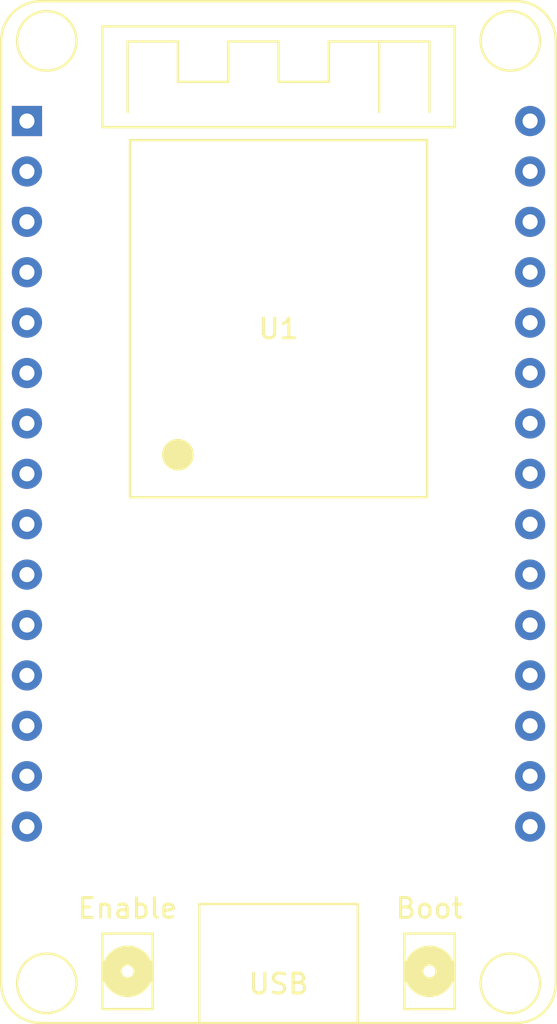
<source format=kicad_pcb>
(kicad_pcb (version 20211014) (generator pcbnew)
  (layers (0 "F.Cu" signal) (31 "B.Cu" signal) (34 "B.Paste" user) (35 "F.Paste" user) (36 "B.SilkS" user "B.Silkscreen") (37 "F.SilkS" user "F.Silkscreen") (38 "B.Mask" user) (39 "F.Mask" user) (44 "Edge.Cuts" user))
  (net 0 "")
  (footprint "ESP32_DevKit_V1_DOIT:esp32_devkit_v1_doit" (layer "F.Cu") (at 139.7 71.12)
    (fp_text reference "U1" (at 0 10.47) (layer "F.SilkS"))
    (fp_text value "ESP32_DevKit_V1_DOIT")
    (fp_text user "Enable" (at -7.62 39.68) (layer "F.SilkS"))
    (fp_text user "USB" (at 0 43.49) (layer "F.SilkS"))
    (fp_text user "Boot" (at 7.62 39.68) (layer "F.SilkS"))
    (fp_line (start 0 -4.008) (end 0 -1.976) (layer "F.SilkS") (width 0.12))
    (fp_line (start -6.35 44.76) (end -8.89 44.76) (layer "F.SilkS") (width 0.12))
    (fp_line (start -5.08 -1.976) (end -2.54 -1.976) (layer "F.SilkS") (width 0.12))
    (fp_line (start 7.5 0.96) (end 7.5 18.96) (layer "F.SilkS") (width 0.12))
    (fp_line (start 6.35 44.76) (end 6.35 40.95) (layer "F.SilkS") (width 0.12))
    (fp_line (start -12 -6.04) (end 12 -6.04) (layer "F.SilkS") (width 0.12))
    (fp_line (start 14 43.46) (end 14 -4.04) (layer "F.SilkS") (width 0.12))
    (fp_line (start 0 -1.976) (end 2.54 -1.976) (layer "F.SilkS") (width 0.12))
    (fp_line (start -4 39.46) (end -4 45.46) (layer "F.SilkS") (width 0.12))
    (fp_line (start -8.89 44.76) (end -8.89 40.95) (layer "F.SilkS") (width 0.12))
    (fp_line (start 7.5 18.96) (end -7.5 18.96) (layer "F.SilkS") (width 0.12))
    (fp_line (start -8.89 -4.77) (end 8.89 -4.77) (layer "F.SilkS") (width 0.12))
    (fp_line (start 5.08 -4.008) (end 5.08 -0.452) (layer "F.SilkS") (width 0.12))
    (fp_line (start 2.54 -1.976) (end 2.54 -4.008) (layer "F.SilkS") (width 0.12))
    (fp_line (start -2.54 -1.976) (end -2.54 -4.008) (layer "F.SilkS") (width 0.12))
    (fp_line (start 8.89 40.95) (end 8.89 44.76) (layer "F.SilkS") (width 0.12))
    (fp_line (start 7.62 -4.008) (end 7.62 -0.452) (layer "F.SilkS") (width 0.12))
    (fp_line (start -7.5 18.96) (end -7.5 0.96) (layer "F.SilkS") (width 0.12))
    (fp_line (start -8.89 0.31) (end -8.89 -4.77) (layer "F.SilkS") (width 0.12))
    (fp_line (start -12 45.46) (end 12 45.46) (layer "F.SilkS") (width 0.12))
    (fp_line (start -2.54 -4.008) (end 0 -4.008) (layer "F.SilkS") (width 0.12))
    (fp_line (start -6.35 40.95) (end -6.35 44.76) (layer "F.SilkS") (width 0.12))
    (fp_line (start 4 39.46) (end 4 45.46) (layer "F.SilkS") (width 0.12))
    (fp_line (start 8.89 44.76) (end 6.35 44.76) (layer "F.SilkS") (width 0.12))
    (fp_line (start -7.62 -0.452) (end -7.62 -4.008) (layer "F.SilkS") (width 0.12))
    (fp_line (start 8.89 0.31) (end -8.89 0.31) (layer "F.SilkS") (width 0.12))
    (fp_line (start 6.35 40.95) (end 8.89 40.95) (layer "F.SilkS") (width 0.12))
    (fp_line (start -5.08 -4.008) (end -5.08 -1.976) (layer "F.SilkS") (width 0.12))
    (fp_line (start -14 -4.04) (end -14 43.46) (layer "F.SilkS") (width 0.12))
    (fp_line (start -7.5 0.96) (end 7.5 0.96) (layer "F.SilkS") (width 0.12))
    (fp_line (start -7.62 -4.008) (end -5.08 -4.008) (layer "F.SilkS") (width 0.12))
    (fp_line (start -8.89 40.95) (end -6.35 40.95) (layer "F.SilkS") (width 0.12))
    (fp_line (start 2.54 -4.008) (end 7.62 -4.008) (layer "F.SilkS") (width 0.12))
    (fp_line (start 8.89 -4.77) (end 8.89 0.31) (layer "F.SilkS") (width 0.12))
    (fp_line (start -4 39.46) (end 4 39.46) (layer "F.SilkS") (width 0.12))
    (fp_arc (start -14 -4.04) (mid -13.414214 -5.454214) (end -12 -6.04) (layer "F.SilkS") (width 0.12))
    (fp_arc (start -12 45.46) (mid -13.414214 44.874214) (end -14 43.46) (layer "F.SilkS") (width 0.12))
    (fp_arc (start 14 43.46) (mid 13.414214 44.874214) (end 12 45.46) (layer "F.SilkS") (width 0.12))
    (fp_arc (start 12 -6.04) (mid 13.414214 -5.454214) (end 14 -4.04) (layer "F.SilkS") (width 0.12))
    (fp_circle (center -5.08 16.82) (end -4.68 16.82) (layer "F.SilkS") (width 0.8) (fill none))
    (fp_circle (center 7.62 42.855) (end 7.92 42.855) (layer "F.SilkS") (width 1) (fill none))
    (fp_circle (center -7.62 42.855) (end -7.32 42.855) (layer "F.SilkS") (width 1) (fill none))
    (fp_circle (center -11.7 -4.04) (end -10.2 -4.04) (layer "F.SilkS") (width 0.12) (fill none))
    (fp_circle (center -11.7 43.46) (end -10.2 43.46) (layer "F.SilkS") (width 0.12) (fill none))
    (fp_circle (center 11.7 43.46) (end 13.2 43.46) (layer "F.SilkS") (width 0.12) (fill none))
    (fp_circle (center 11.7 -4.04) (end 13.2 -4.04) (layer "F.SilkS") (width 0.12) (fill none))
    (pad "1" thru_hole rect locked (at -12.7 0) (size 1.524 1.524) (drill 0.762) (layers *.Cu *.Mask))
    (pad "2" thru_hole circle locked (at -12.7 2.54) (size 1.524 1.524) (drill 0.762) (layers *.Cu *.Mask))
    (pad "3" thru_hole circle locked (at -12.7 5.08) (size 1.524 1.524) (drill 0.762) (layers *.Cu *.Mask))
    (pad "4" thru_hole circle locked (at -12.7 7.62) (size 1.524 1.524) (drill 0.762) (layers *.Cu *.Mask))
    (pad "5" thru_hole circle locked (at -12.7 10.16) (size 1.524 1.524) (drill 0.762) (layers *.Cu *.Mask))
    (pad "6" thru_hole circle locked (at -12.7 12.7) (size 1.524 1.524) (drill 0.762) (layers *.Cu *.Mask))
    (pad "7" thru_hole circle locked (at -12.7 15.24) (size 1.524 1.524) (drill 0.762) (layers *.Cu *.Mask))
    (pad "8" thru_hole circle locked (at -12.7 17.78) (size 1.524 1.524) (drill 0.762) (layers *.Cu *.Mask))
    (pad "9" thru_hole circle locked (at -12.7 20.32) (size 1.524 1.524) (drill 0.762) (layers *.Cu *.Mask))
    (pad "10" thru_hole circle locked (at -12.7 22.86) (size 1.524 1.524) (drill 0.762) (layers *.Cu *.Mask))
    (pad "11" thru_hole circle locked (at -12.7 25.4) (size 1.524 1.524) (drill 0.762) (layers *.Cu *.Mask))
    (pad "12" thru_hole circle locked (at -12.7 27.94) (size 1.524 1.524) (drill 0.762) (layers *.Cu *.Mask))
    (pad "13" thru_hole circle locked (at -12.7 30.48) (size 1.524 1.524) (drill 0.762) (layers *.Cu *.Mask))
    (pad "14" thru_hole circle locked (at -12.7 33.02) (size 1.524 1.524) (drill 0.762) (layers *.Cu *.Mask))
    (pad "15" thru_hole circle locked (at -12.7 35.56) (size 1.524 1.524) (drill 0.762) (layers *.Cu *.Mask))
    (pad "16" thru_hole circle locked (at 12.7 35.56) (size 1.524 1.524) (drill 0.762) (layers *.Cu *.Mask))
    (pad "17" thru_hole circle locked (at 12.7 33.02) (size 1.524 1.524) (drill 0.762) (layers *.Cu *.Mask))
    (pad "18" thru_hole circle locked (at 12.7 30.48) (size 1.524 1.524) (drill 0.762) (layers *.Cu *.Mask))
    (pad "19" thru_hole circle locked (at 12.7 27.94) (size 1.524 1.524) (drill 0.762) (layers *.Cu *.Mask))
    (pad "20" thru_hole circle locked (at 12.7 25.4) (size 1.524 1.524) (drill 0.762) (layers *.Cu *.Mask))
    (pad "21" thru_hole circle locked (at 12.7 22.86) (size 1.524 1.524) (drill 0.762) (layers *.Cu *.Mask))
    (pad "22" thru_hole circle locked (at 12.7 20.32) (size 1.524 1.524) (drill 0.762) (layers *.Cu *.Mask))
    (pad "23" thru_hole circle locked (at 12.7 17.78) (size 1.524 1.524) (drill 0.762) (layers *.Cu *.Mask))
    (pad "24" thru_hole circle locked (at 12.7 15.24) (size 1.524 1.524) (drill 0.762) (layers *.Cu *.Mask))
    (pad "25" thru_hole circle locked (at 12.7 12.7) (size 1.524 1.524) (drill 0.762) (layers *.Cu *.Mask))
    (pad "26" thru_hole circle locked (at 12.7 10.16) (size 1.524 1.524) (drill 0.762) (layers *.Cu *.Mask))
    (pad "27" thru_hole circle locked (at 12.7 7.62) (size 1.524 1.524) (drill 0.762) (layers *.Cu *.Mask))
    (pad "28" thru_hole circle locked (at 12.7 5.08) (size 1.524 1.524) (drill 0.762) (layers *.Cu *.Mask))
    (pad "29" thru_hole circle locked (at 12.7 2.54) (size 1.524 1.524) (drill 0.762) (layers *.Cu *.Mask))
    (pad "30" thru_hole circle locked (at 12.7 0) (size 1.524 1.524) (drill 0.762) (layers *.Cu *.Mask))
  )
)
</source>
